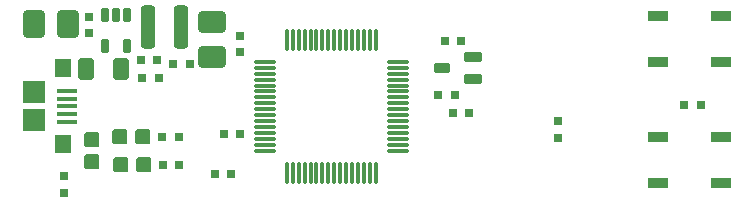
<source format=gtp>
G04 Layer_Color=8421504*
%FSLAX24Y24*%
%MOIN*%
G70*
G01*
G75*
G04:AMPARAMS|DCode=11|XSize=31.5mil|YSize=59.1mil|CornerRadius=3.9mil|HoleSize=0mil|Usage=FLASHONLY|Rotation=90.000|XOffset=0mil|YOffset=0mil|HoleType=Round|Shape=RoundedRectangle|*
%AMROUNDEDRECTD11*
21,1,0.0315,0.0512,0,0,90.0*
21,1,0.0236,0.0591,0,0,90.0*
1,1,0.0079,0.0256,0.0118*
1,1,0.0079,0.0256,-0.0118*
1,1,0.0079,-0.0256,-0.0118*
1,1,0.0079,-0.0256,0.0118*
%
%ADD11ROUNDEDRECTD11*%
G04:AMPARAMS|DCode=12|XSize=31.5mil|YSize=55.1mil|CornerRadius=3.9mil|HoleSize=0mil|Usage=FLASHONLY|Rotation=90.000|XOffset=0mil|YOffset=0mil|HoleType=Round|Shape=RoundedRectangle|*
%AMROUNDEDRECTD12*
21,1,0.0315,0.0472,0,0,90.0*
21,1,0.0236,0.0551,0,0,90.0*
1,1,0.0079,0.0236,0.0118*
1,1,0.0079,0.0236,-0.0118*
1,1,0.0079,-0.0236,-0.0118*
1,1,0.0079,-0.0236,0.0118*
%
%ADD12ROUNDEDRECTD12*%
%ADD13R,0.0300X0.0300*%
%ADD15O,0.0130X0.0768*%
%ADD16O,0.0768X0.0130*%
%ADD17R,0.0551X0.0630*%
%ADD18R,0.0748X0.0748*%
%ADD19R,0.0650X0.0157*%
G04:AMPARAMS|DCode=20|XSize=23.6mil|YSize=47.2mil|CornerRadius=3mil|HoleSize=0mil|Usage=FLASHONLY|Rotation=180.000|XOffset=0mil|YOffset=0mil|HoleType=Round|Shape=RoundedRectangle|*
%AMROUNDEDRECTD20*
21,1,0.0236,0.0413,0,0,180.0*
21,1,0.0177,0.0472,0,0,180.0*
1,1,0.0059,-0.0089,0.0207*
1,1,0.0059,0.0089,0.0207*
1,1,0.0059,0.0089,-0.0207*
1,1,0.0059,-0.0089,-0.0207*
%
%ADD20ROUNDEDRECTD20*%
G04:AMPARAMS|DCode=21|XSize=90.6mil|YSize=70.9mil|CornerRadius=8.9mil|HoleSize=0mil|Usage=FLASHONLY|Rotation=270.000|XOffset=0mil|YOffset=0mil|HoleType=Round|Shape=RoundedRectangle|*
%AMROUNDEDRECTD21*
21,1,0.0906,0.0532,0,0,270.0*
21,1,0.0728,0.0709,0,0,270.0*
1,1,0.0177,-0.0266,-0.0364*
1,1,0.0177,-0.0266,0.0364*
1,1,0.0177,0.0266,0.0364*
1,1,0.0177,0.0266,-0.0364*
%
%ADD21ROUNDEDRECTD21*%
G04:AMPARAMS|DCode=22|XSize=90.6mil|YSize=70.9mil|CornerRadius=8.9mil|HoleSize=0mil|Usage=FLASHONLY|Rotation=0.000|XOffset=0mil|YOffset=0mil|HoleType=Round|Shape=RoundedRectangle|*
%AMROUNDEDRECTD22*
21,1,0.0906,0.0532,0,0,0.0*
21,1,0.0728,0.0709,0,0,0.0*
1,1,0.0177,0.0364,-0.0266*
1,1,0.0177,-0.0364,-0.0266*
1,1,0.0177,-0.0364,0.0266*
1,1,0.0177,0.0364,0.0266*
%
%ADD22ROUNDEDRECTD22*%
%ADD23R,0.0300X0.0300*%
G04:AMPARAMS|DCode=24|XSize=47.2mil|YSize=145.7mil|CornerRadius=11.8mil|HoleSize=0mil|Usage=FLASHONLY|Rotation=0.000|XOffset=0mil|YOffset=0mil|HoleType=Round|Shape=RoundedRectangle|*
%AMROUNDEDRECTD24*
21,1,0.0472,0.1220,0,0,0.0*
21,1,0.0236,0.1457,0,0,0.0*
1,1,0.0236,0.0118,-0.0610*
1,1,0.0236,-0.0118,-0.0610*
1,1,0.0236,-0.0118,0.0610*
1,1,0.0236,0.0118,0.0610*
%
%ADD24ROUNDEDRECTD24*%
G04:AMPARAMS|DCode=25|XSize=74.8mil|YSize=51.2mil|CornerRadius=6.4mil|HoleSize=0mil|Usage=FLASHONLY|Rotation=90.000|XOffset=0mil|YOffset=0mil|HoleType=Round|Shape=RoundedRectangle|*
%AMROUNDEDRECTD25*
21,1,0.0748,0.0384,0,0,90.0*
21,1,0.0620,0.0512,0,0,90.0*
1,1,0.0128,0.0192,0.0310*
1,1,0.0128,0.0192,-0.0310*
1,1,0.0128,-0.0192,-0.0310*
1,1,0.0128,-0.0192,0.0310*
%
%ADD25ROUNDEDRECTD25*%
G04:AMPARAMS|DCode=26|XSize=50mil|YSize=50mil|CornerRadius=6.3mil|HoleSize=0mil|Usage=FLASHONLY|Rotation=90.000|XOffset=0mil|YOffset=0mil|HoleType=Round|Shape=RoundedRectangle|*
%AMROUNDEDRECTD26*
21,1,0.0500,0.0375,0,0,90.0*
21,1,0.0375,0.0500,0,0,90.0*
1,1,0.0125,0.0188,0.0188*
1,1,0.0125,0.0188,-0.0188*
1,1,0.0125,-0.0188,-0.0188*
1,1,0.0125,-0.0188,0.0188*
%
%ADD26ROUNDEDRECTD26*%
G04:AMPARAMS|DCode=27|XSize=50mil|YSize=50mil|CornerRadius=6.3mil|HoleSize=0mil|Usage=FLASHONLY|Rotation=180.000|XOffset=0mil|YOffset=0mil|HoleType=Round|Shape=RoundedRectangle|*
%AMROUNDEDRECTD27*
21,1,0.0500,0.0375,0,0,180.0*
21,1,0.0375,0.0500,0,0,180.0*
1,1,0.0125,-0.0188,0.0188*
1,1,0.0125,0.0188,0.0188*
1,1,0.0125,0.0188,-0.0188*
1,1,0.0125,-0.0188,-0.0188*
%
%ADD27ROUNDEDRECTD27*%
%ADD28R,0.0709X0.0354*%
D11*
X15172Y6104D02*
D03*
Y5356D02*
D03*
D12*
X14148Y5730D02*
D03*
D13*
X14020Y4830D02*
D03*
X14570D02*
D03*
X14240Y6650D02*
D03*
X14790D02*
D03*
X5740Y5860D02*
D03*
X5190D02*
D03*
X4100Y5990D02*
D03*
X4650D02*
D03*
X15050Y4250D02*
D03*
X14500D02*
D03*
X5360Y3450D02*
D03*
X4810D02*
D03*
X5380Y2500D02*
D03*
X4830D02*
D03*
X7120Y2200D02*
D03*
X6570D02*
D03*
X7420Y3530D02*
D03*
X6870D02*
D03*
X4150Y5390D02*
D03*
X4700D02*
D03*
X22760Y4500D02*
D03*
X22210D02*
D03*
D15*
X11926Y2236D02*
D03*
X11730D02*
D03*
X11533D02*
D03*
X11336D02*
D03*
X11139D02*
D03*
X10942D02*
D03*
X10745D02*
D03*
X10548D02*
D03*
X10352D02*
D03*
X10155D02*
D03*
X9958D02*
D03*
X9761D02*
D03*
X9564D02*
D03*
X9367D02*
D03*
X9170D02*
D03*
X8974D02*
D03*
Y6685D02*
D03*
X9170D02*
D03*
X9367D02*
D03*
X9564D02*
D03*
X9761D02*
D03*
X9958D02*
D03*
X10155D02*
D03*
X10352D02*
D03*
X10548D02*
D03*
X10745D02*
D03*
X10942D02*
D03*
X11139D02*
D03*
X11336D02*
D03*
X11533D02*
D03*
X11730D02*
D03*
X11926D02*
D03*
D16*
X8226Y2984D02*
D03*
Y3181D02*
D03*
Y3378D02*
D03*
Y3575D02*
D03*
Y3772D02*
D03*
Y3968D02*
D03*
Y4165D02*
D03*
Y4362D02*
D03*
Y4559D02*
D03*
Y4756D02*
D03*
Y4953D02*
D03*
Y5150D02*
D03*
Y5346D02*
D03*
Y5543D02*
D03*
Y5740D02*
D03*
Y5937D02*
D03*
X12674D02*
D03*
Y5740D02*
D03*
Y5543D02*
D03*
Y5346D02*
D03*
Y5150D02*
D03*
Y4953D02*
D03*
Y4756D02*
D03*
Y4559D02*
D03*
Y4362D02*
D03*
Y4165D02*
D03*
Y3968D02*
D03*
Y3772D02*
D03*
Y3575D02*
D03*
Y3378D02*
D03*
Y3181D02*
D03*
Y2984D02*
D03*
D17*
X1495Y5720D02*
D03*
Y3201D02*
D03*
D18*
X530Y4933D02*
D03*
Y3988D02*
D03*
D19*
X1642Y4205D02*
D03*
Y4972D02*
D03*
Y3949D02*
D03*
Y4717D02*
D03*
Y4461D02*
D03*
D20*
X2906Y7492D02*
D03*
X3280D02*
D03*
X3654D02*
D03*
X2906Y6468D02*
D03*
X3654D02*
D03*
D21*
X1671Y7200D02*
D03*
X529D02*
D03*
D22*
X6460Y7261D02*
D03*
Y6119D02*
D03*
D23*
X2390Y7440D02*
D03*
Y6890D02*
D03*
X1550Y1580D02*
D03*
Y2130D02*
D03*
X7410Y6260D02*
D03*
Y6810D02*
D03*
X18020Y3410D02*
D03*
Y3960D02*
D03*
D24*
X4339Y7100D02*
D03*
X5441D02*
D03*
D25*
X2289Y5710D02*
D03*
X3431D02*
D03*
D26*
X2490Y3345D02*
D03*
Y2595D02*
D03*
D27*
X3425Y3440D02*
D03*
X4175D02*
D03*
X3445Y2500D02*
D03*
X4195D02*
D03*
D28*
X23440Y5942D02*
D03*
X21340D02*
D03*
X23440Y7478D02*
D03*
X21340D02*
D03*
X23440Y1902D02*
D03*
X21340D02*
D03*
X23440Y3438D02*
D03*
X21340D02*
D03*
M02*

</source>
